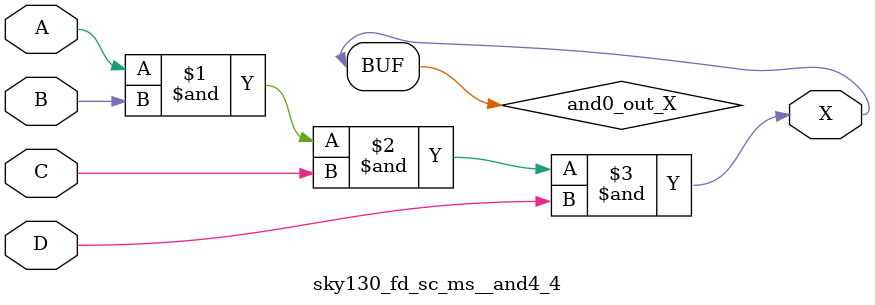
<source format=v>
/*
 * Copyright 2020 The SkyWater PDK Authors
 *
 * Licensed under the Apache License, Version 2.0 (the "License");
 * you may not use this file except in compliance with the License.
 * You may obtain a copy of the License at
 *
 *     https://www.apache.org/licenses/LICENSE-2.0
 *
 * Unless required by applicable law or agreed to in writing, software
 * distributed under the License is distributed on an "AS IS" BASIS,
 * WITHOUT WARRANTIES OR CONDITIONS OF ANY KIND, either express or implied.
 * See the License for the specific language governing permissions and
 * limitations under the License.
 *
 * SPDX-License-Identifier: Apache-2.0
*/


`ifndef SKY130_FD_SC_MS__AND4_4_FUNCTIONAL_V
`define SKY130_FD_SC_MS__AND4_4_FUNCTIONAL_V

/**
 * and4: 4-input AND.
 *
 * Verilog simulation functional model.
 */

`timescale 1ns / 1ps
`default_nettype none

`celldefine
module sky130_fd_sc_ms__and4_4 (
    X,
    A,
    B,
    C,
    D
);

    // Module ports
    output X;
    input  A;
    input  B;
    input  C;
    input  D;

    // Local signals
    wire and0_out_X;

    //  Name  Output      Other arguments
    and and0 (and0_out_X, A, B, C, D     );
    buf buf0 (X         , and0_out_X     );

endmodule
`endcelldefine

`default_nettype wire
`endif  // SKY130_FD_SC_MS__AND4_4_FUNCTIONAL_V

</source>
